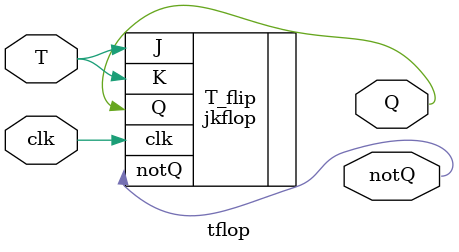
<source format=v>
module tflop(
    input T,clk,
    output Q,
    output notQ
    );
    
    jkflop T_flip (
    .J(T),
    .K(T),
    .clk(clk),
    .Q(Q),
    .notQ(notQ)
    );
    
endmodule

</source>
